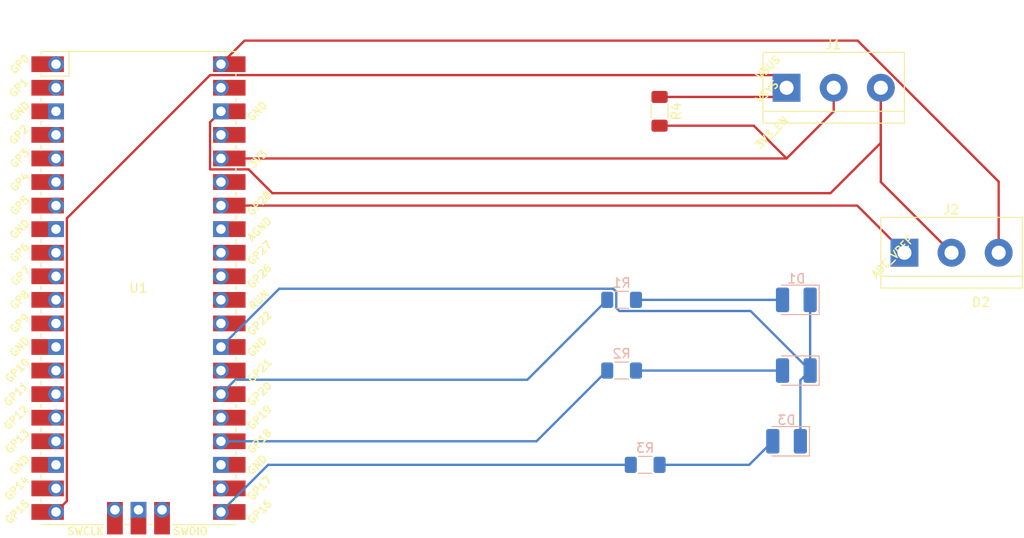
<source format=kicad_pcb>
(kicad_pcb (version 20221018) (generator pcbnew)
  (layers (0 "F.Cu" signal) (31 "B.Cu" signal) (34 "B.Paste" user) (35 "F.Paste" user) (36 "B.SilkS" user "B.Silkscreen") (37 "F.SilkS" user "F.Silkscreen") (38 "B.Mask" user) (39 "F.Mask" user) (44 "Edge.Cuts" user))
  (net 0 "")
  (net 1 "GND")
  (net 2 "Net-(D1-A)")
  (net 3 "Net-(D2-A)")
  (net 4 "Net-(D3-A)")
  (net 5 "Net-(J2-Pin_1)")
  (net 6 "Net-(J2-Pin_3)")
  (net 7 "Net-(J1-Pin_3)")
  (net 8 "Net-(U1-GPIO20)")
  (net 9 "Net-(U1-GPIO18)")
  (net 10 "Net-(U1-GPIO16)")
  (net 11 "Net-(J1-Pin_1)")
  (net 12 "Net-(J1-Pin_2)")
  (footprint "Librerias-RPI:RPi_Pico_SMD_TH" (layer "F.Cu") (at 87.63 92.71)
    (fp_text reference "U1" (at 0 0) (layer "F.SilkS"))
    (fp_text value "Pico")
    (fp_text user "GP28" (at 13.054 -9.144 45) (layer "F.SilkS") (effects (font (size 0.8 0.8))))
    (fp_text user "SWDIO" (at 5.6 26.2) (layer "F.SilkS") (effects (font (size 0.8 0.8))))
    (fp_text user "AGND" (at 13.054 -6.35 45) (layer "F.SilkS") (effects (font (size 0.8 0.8))))
    (fp_text user "ADC_VREF" (at 81.265 -3.325 45) (layer "F.SilkS") (effects (font (size 0.8 0.8))))
    (fp_text user "3V3" (at 12.9 -13.9 45) (layer "F.SilkS") (effects (font (size 0.8 0.8))))
    (fp_text user "GND" (at -12.8 6.35 45) (layer "F.SilkS") (effects (font (size 0.8 0.8))))
    (fp_text user "GP0" (at -12.8 -24.13 45) (layer "F.SilkS") (effects (font (size 0.8 0.8))))
    (fp_text user "GND" (at 12.8 6.35 45) (layer "F.SilkS") (effects (font (size 0.8 0.8))))
    (fp_text user "VSYS" (at 67.765 -21.145 45) (layer "F.SilkS") (effects (font (size 0.8 0.8))))
    (fp_text user "GP17" (at 13.054 21.59 45) (layer "F.SilkS") (effects (font (size 0.8 0.8))))
    (fp_text user "GP21" (at 13.054 8.9 45) (layer "F.SilkS") (effects (font (size 0.8 0.8))))
    (fp_text user "GP4" (at -12.8 -11.43 45) (layer "F.SilkS") (effects (font (size 0.8 0.8))))
    (fp_text user "GP8" (at -12.8 1.27 45) (layer "F.SilkS") (effects (font (size 0.8 0.8))))
    (fp_text user "GP6" (at -12.8 -3.81 45) (layer "F.SilkS") (effects (font (size 0.8 0.8))))
    (fp_text user "GP7" (at -12.7 -1.3 45) (layer "F.SilkS") (effects (font (size 0.8 0.8))))
    (fp_text user "GND" (at -12.8 19.05 45) (layer "F.SilkS") (effects (font (size 0.8 0.8))))
    (fp_text user "GND" (at 12.8 19.05 45) (layer "F.SilkS") (effects (font (size 0.8 0.8))))
    (fp_text user "GP10" (at -13.054 8.89 45) (layer "F.SilkS") (effects (font (size 0.8 0.8))))
    (fp_text user "GP5" (at -12.8 -8.89 45) (layer "F.SilkS") (effects (font (size 0.8 0.8))))
    (fp_text user "GP13" (at -13.054 16.51 45) (layer "F.SilkS") (effects (font (size 0.8 0.8))))
    (fp_text user "SWCLK" (at -5.7 26.2) (layer "F.SilkS") (effects (font (size 0.8 0.8))))
    (fp_text user "GP9" (at -12.8 3.81 45) (layer "F.SilkS") (effects (font (size 0.8 0.8))))
    (fp_text user "VBUS" (at 67.865 -23.755 45) (layer "F.SilkS") (effects (font (size 0.8 0.8))))
    (fp_text user "GP19" (at 13.054 13.97 45) (layer "F.SilkS") (effects (font (size 0.8 0.8))))
    (fp_text user "GP26" (at 13.054 -1.27 45) (layer "F.SilkS") (effects (font (size 0.8 0.8))))
    (fp_text user "RUN" (at 13 1.27 45) (layer "F.SilkS") (effects (font (size 0.8 0.8))))
    (fp_text user "GND" (at -12.8 -19.05 45) (layer "F.SilkS") (effects (font (size 0.8 0.8))))
    (fp_text user "GP15" (at -13.054 24.13 45) (layer "F.SilkS") (effects (font (size 0.8 0.8))))
    (fp_text user "GND" (at 12.8 -19.05 45) (layer "F.SilkS") (effects (font (size 0.8 0.8))))
    (fp_text user "GP18" (at 13.054 16.51 45) (layer "F.SilkS") (effects (font (size 0.8 0.8))))
    (fp_text user "GP22" (at 13.054 3.81 45) (layer "F.SilkS") (effects (font (size 0.8 0.8))))
    (fp_text user "GP2" (at -12.9 -16.51 45) (layer "F.SilkS") (effects (font (size 0.8 0.8))))
    (fp_text user "GP14" (at -13.1 21.59 45) (layer "F.SilkS") (effects (font (size 0.8 0.8))))
    (fp_text user "GP1" (at -12.9 -21.6 45) (layer "F.SilkS") (effects (font (size 0.8 0.8))))
    (fp_text user "GP16" (at 13.054 24.13 45) (layer "F.SilkS") (effects (font (size 0.8 0.8))))
    (fp_text user "GP27" (at 13.054 -3.8 45) (layer "F.SilkS") (effects (font (size 0.8 0.8))))
    (fp_text user "GND" (at -12.8 -6.35 45) (layer "F.SilkS") (effects (font (size 0.8 0.8))))
    (fp_text user "GP3" (at -12.8 -13.97 45) (layer "F.SilkS") (effects (font (size 0.8 0.8))))
    (fp_text user "GP11" (at -13.2 11.43 45) (layer "F.SilkS") (effects (font (size 0.8 0.8))))
    (fp_text user "GP12" (at -13.2 13.97 45) (layer "F.SilkS") (effects (font (size 0.8 0.8))))
    (fp_text user "3V3_EN" (at 68.265 -16.755 45) (layer "F.SilkS") (effects (font (size 0.8 0.8))))
    (fp_text user "GP20" (at 13.054 11.43 45) (layer "F.SilkS") (effects (font (size 0.8 0.8))))
    (fp_line (start -10.5 -25.5) (end -10.5 -25.2) (stroke (width 0.12)) (layer "F.SilkS"))
    (fp_line (start -10.5 -25.5) (end 10.5 -25.5) (stroke (width 0.12)) (layer "F.SilkS"))
    (fp_line (start -10.5 -23.1) (end -10.5 -22.7) (stroke (width 0.12)) (layer "F.SilkS"))
    (fp_line (start -10.5 -22.833) (end -7.493 -22.833) (stroke (width 0.12)) (layer "F.SilkS"))
    (fp_line (start -10.5 -20.5) (end -10.5 -20.1) (stroke (width 0.12)) (layer "F.SilkS"))
    (fp_line (start -10.5 -18) (end -10.5 -17.6) (stroke (width 0.12)) (layer "F.SilkS"))
    (fp_line (start -10.5 -15.4) (end -10.5 -15) (stroke (width 0.12)) (layer "F.SilkS"))
    (fp_line (start -10.5 -12.9) (end -10.5 -12.5) (stroke (width 0.12)) (layer "F.SilkS"))
    (fp_line (start -10.5 -10.4) (end -10.5 -10) (stroke (width 0.12)) (layer "F.SilkS"))
    (fp_line (start -10.5 -7.8) (end -10.5 -7.4) (stroke (width 0.12)) (layer "F.SilkS"))
    (fp_line (start -10.5 -5.3) (end -10.5 -4.9) (stroke (width 0.12)) (layer "F.SilkS"))
    (fp_line (start -10.5 -2.7) (end -10.5 -2.3) (stroke (width 0.12)) (layer "F.SilkS"))
    (fp_line (start -10.5 -0.2) (end -10.5 0.2) (stroke (width 0.12)) (layer "F.SilkS"))
    (fp_line (start -10.5 2.3) (end -10.5 2.7) (stroke (width 0.12)) (layer "F.SilkS"))
    (fp_line (start -10.5 4.9) (end -10.5 5.3) (stroke (width 0.12)) (layer "F.SilkS"))
    (fp_line (start -10.5 7.4) (end -10.5 7.8) (stroke (width 0.12)) (layer "F.SilkS"))
    (fp_line (start -10.5 10) (end -10.5 10.4) (stroke (width 0.12)) (layer "F.SilkS"))
    (fp_line (start -10.5 12.5) (end -10.5 12.9) (stroke (width 0.12)) (layer "F.SilkS"))
    (fp_line (start -10.5 15.1) (end -10.5 15.5) (stroke (width 0.12)) (layer "F.SilkS"))
    (fp_line (start -10.5 17.6) (end -10.5 18) (stroke (width 0.12)) (layer "F.SilkS"))
    (fp_line (start -10.5 20.1) (end -10.5 20.5) (stroke (width 0.12)) (layer "F.SilkS"))
    (fp_line (start -10.5 22.7) (end -10.5 23.1) (stroke (width 0.12)) (layer "F.SilkS"))
    (fp_line (start -7.493 -22.833) (end -7.493 -25.5) (stroke (width 0.12)) (layer "F.SilkS"))
    (fp_line (start -3.7 25.5) (end -10.5 25.5) (stroke (width 0.12)) (layer "F.SilkS"))
    (fp_line (start -1.5 25.5) (end -1.1 25.5) (stroke (width 0.12)) (layer "F.SilkS"))
    (fp_line (start 1.1 25.5) (end 1.5 25.5) (stroke (width 0.12)) (layer "F.SilkS"))
    (fp_line (start 10.5 -25.5) (end 10.5 -25.2) (stroke (width 0.12)) (layer "F.SilkS"))
    (fp_line (start 10.5 -23.1) (end 10.5 -22.7) (stroke (width 0.12)) (layer "F.SilkS"))
    (fp_line (start 10.5 -20.5) (end 10.5 -20.1) (stroke (width 0.12)) (layer "F.SilkS"))
    (fp_line (start 10.5 -18) (end 10.5 -17.6) (stroke (width 0.12)) (layer "F.SilkS"))
    (fp_line (start 10.5 -15.4) (end 10.5 -15) (stroke (width 0.12)) (layer "F.SilkS"))
    (fp_line (start 10.5 -12.9) (end 10.5 -12.5) (stroke (width 0.12)) (layer "F.SilkS"))
    (fp_line (start 10.5 -10.4) (end 10.5 -10) (stroke (width 0.12)) (layer "F.SilkS"))
    (fp_line (start 10.5 -7.8) (end 10.5 -7.4) (stroke (width 0.12)) (layer "F.SilkS"))
    (fp_line (start 10.5 -5.3) (end 10.5 -4.9) (stroke (width 0.12)) (layer "F.SilkS"))
    (fp_line (start 10.5 -2.7) (end 10.5 -2.3) (stroke (width 0.12)) (layer "F.SilkS"))
    (fp_line (start 10.5 -0.2) (end 10.5 0.2) (stroke (width 0.12)) (layer "F.SilkS"))
    (fp_line (start 10.5 2.3) (end 10.5 2.7) (stroke (width 0.12)) (layer "F.SilkS"))
    (fp_line (start 10.5 4.9) (end 10.5 5.3) (stroke (width 0.12)) (layer "F.SilkS"))
    (fp_line (start 10.5 7.4) (end 10.5 7.8) (stroke (width 0.12)) (layer "F.SilkS"))
    (fp_line (start 10.5 10) (end 10.5 10.4) (stroke (width 0.12)) (layer "F.SilkS"))
    (fp_line (start 10.5 12.5) (end 10.5 12.9) (stroke (width 0.12)) (layer "F.SilkS"))
    (fp_line (start 10.5 15.1) (end 10.5 15.5) (stroke (width 0.12)) (layer "F.SilkS"))
    (fp_line (start 10.5 17.6) (end 10.5 18) (stroke (width 0.12)) (layer "F.SilkS"))
    (fp_line (start 10.5 20.1) (end 10.5 20.5) (stroke (width 0.12)) (layer "F.SilkS"))
    (fp_line (start 10.5 22.7) (end 10.5 23.1) (stroke (width 0.12)) (layer "F.SilkS"))
    (fp_line (start 10.5 25.5) (end 3.7 25.5) (stroke (width 0.12)) (layer "F.SilkS"))
    (pad "" np_thru_hole oval (at -2.725 -24) (size 1.8 1.8) (drill 1.8) (layers "*.Cu" "*.Mask"))
    (pad "" np_thru_hole oval (at -2.425 -20.97) (size 1.5 1.5) (drill 1.5) (layers "*.Cu" "*.Mask"))
    (pad "" np_thru_hole oval (at 2.425 -20.97) (size 1.5 1.5) (drill 1.5) (layers "*.Cu" "*.Mask"))
    (pad "" np_thru_hole oval (at 2.725 -24) (size 1.8 1.8) (drill 1.8) (layers "*.Cu" "*.Mask"))
    (pad "1" thru_hole oval (at -8.89 -24.13) (size 1.7 1.7) (drill 1.02) (layers "*.Cu" "*.Mask"))
    (pad "1" smd rect (at -8.89 -24.13) (size 3.5 1.7) (drill (offset -0.9 0)) (layers "F.Cu" "F.Mask"))
    (pad "2" thru_hole oval (at -8.89 -21.59) (size 1.7 1.7) (drill 1.02) (layers "*.Cu" "*.Mask"))
    (pad "2" smd rect (at -8.89 -21.59) (size 3.5 1.7) (drill (offset -0.9 0)) (layers "F.Cu" "F.Mask"))
    (pad "3" thru_hole rect (at -8.89 -19.05) (size 1.7 1.7) (drill 1.02) (layers "*.Cu" "*.Mask"))
    (pad "3" smd rect (at -8.89 -19.05) (size 3.5 1.7) (drill (offset -0.9 0)) (layers "F.Cu" "F.Mask"))
    (pad "4" thru_hole oval (at -8.89 -16.51) (size 1.7 1.7) (drill 1.02) (layers "*.Cu" "*.Mask"))
    (pad "4" smd rect (at -8.89 -16.51) (size 3.5 1.7) (drill (offset -0.9 0)) (layers "F.Cu" "F.Mask"))
    (pad "5" thru_hole oval (at -8.89 -13.97) (size 1.7 1.7) (drill 1.02) (layers "*.Cu" "*.Mask"))
    (pad "5" smd rect (at -8.89 -13.97) (size 3.5 1.7) (drill (offset -0.9 0)) (layers "F.Cu" "F.Mask"))
    (pad "6" thru_hole oval (at -8.89 -11.43) (size 1.7 1.7) (drill 1.02) (layers "*.Cu" "*.Mask"))
    (pad "6" smd rect (at -8.89 -11.43) (size 3.5 1.7) (drill (offset -0.9 0)) (layers "F.Cu" "F.Mask"))
    (pad "7" thru_hole oval (at -8.89 -8.89) (size 1.7 1.7) (drill 1.02) (layers "*.Cu" "*.Mask"))
    (pad "7" smd rect (at -8.89 -8.89) (size 3.5 1.7) (drill (offset -0.9 0)) (layers "F.Cu" "F.Mask"))
    (pad "8" thru_hole rect (at -8.89 -6.35) (size 1.7 1.7) (drill 1.02) (layers "*.Cu" "*.Mask"))
    (pad "8" smd rect (at -8.89 -6.35) (size 3.5 1.7) (drill (offset -0.9 0)) (layers "F.Cu" "F.Mask"))
    (pad "9" thru_hole oval (at -8.89 -3.81) (size 1.7 1.7) (drill 1.02) (layers "*.Cu" "*.Mask"))
    (pad "9" smd rect (at -8.89 -3.81) (size 3.5 1.7) (drill (offset -0.9 0)) (layers "F.Cu" "F.Mask"))
    (pad "10" thru_hole oval (at -8.89 -1.27) (size 1.7 1.7) (drill 1.02) (layers "*.Cu" "*.Mask"))
    (pad "10" smd rect (at -8.89 -1.27) (size 3.5 1.7) (drill (offset -0.9 0)) (layers "F.Cu" "F.Mask"))
    (pad "11" thru_hole oval (at -8.89 1.27) (size 1.7 1.7) (drill 1.02) (layers "*.Cu" "*.Mask"))
    (pad "11" smd rect (at -8.89 1.27) (size 3.5 1.7) (drill (offset -0.9 0)) (layers "F.Cu" "F.Mask"))
    (pad "12" thru_hole oval (at -8.89 3.81) (size 1.7 1.7) (drill 1.02) (layers "*.Cu" "*.Mask"))
    (pad "12" smd rect (at -8.89 3.81) (size 3.5 1.7) (drill (offset -0.9 0)) (layers "F.Cu" "F.Mask"))
    (pad "13" thru_hole rect (at -8.89 6.35) (size 1.7 1.7) (drill 1.02) (layers "*.Cu" "*.Mask"))
    (pad "13" smd rect (at -8.89 6.35) (size 3.5 1.7) (drill (offset -0.9 0)) (layers "F.Cu" "F.Mask"))
    (pad "14" thru_hole oval (at -8.89 8.89) (size 1.7 1.7) (drill 1.02) (layers "*.Cu" "*.Mask"))
    (pad "14" smd rect (at -8.89 8.89) (size 3.5 1.7) (drill (offset -0.9 0)) (layers "F.Cu" "F.Mask"))
    (pad "15" thru_hole oval (at -8.89 11.43) (size 1.7 1.7) (drill 1.02) (layers "*.Cu" "*.Mask"))
    (pad "15" smd rect (at -8.89 11.43) (size 3.5 1.7) (drill (offset -0.9 0)) (layers "F.Cu" "F.Mask"))
    (pad "16" thru_hole oval (at -8.89 13.97) (size 1.7 1.7) (drill 1.02) (layers "*.Cu" "*.Mask"))
    (pad "16" smd rect (at -8.89 13.97) (size 3.5 1.7) (drill (offset -0.9 0)) (layers "F.Cu" "F.Mask"))
    (pad "17" thru_hole oval (at -8.89 16.51) (size 1.7 1.7) (drill 1.02) (layers "*.Cu" "*.Mask"))
    (pad "17" smd rect (at -8.89 16.51) (size 3.5 1.7) (drill (offset -0.9 0)) (layers "F.Cu" "F.Mask"))
    (pad "18" thru_hole rect (at -8.89 19.05) (size 1.7 1.7) (drill 1.02) (layers "*.Cu" "*.Mask"))
    (pad "18" smd rect (at -8.89 19.05) (size 3.5 1.7) (drill (offset -0.9 0)) (layers "F.Cu" "F.Mask"))
    (pad "19" thru_hole oval (at -8.89 21.59) (size 1.7 1.7) (drill 1.02) (layers "*.Cu" "*.Mask") (net 1 "GND"))
    (pad "19" smd rect (at -8.89 21.59) (size 3.5 1.7) (drill (offset -0.9 0)) (layers "F.Cu" "F.Mask") (net 1 "GND"))
    (pad "20" thru_hole oval (at -8.89 24.13) (size 1.7 1.7) (drill 1.02) (layers "*.Cu" "*.Mask") (net 11 "Net-(J1-Pin_1)"))
    (pad "20" smd rect (at -8.89 24.13) (size 3.5 1.7) (drill (offset -0.9 0)) (layers "F.Cu" "F.Mask") (net 11 "Net-(J1-Pin_1)"))
    (pad "21" thru_hole oval (at 8.89 24.13) (size 1.7 1.7) (drill 1.02) (layers "*.Cu" "*.Mask") (net 10 "Net-(U1-GPIO16)"))
    (pad "21" smd rect (at 8.89 24.13) (size 3.5 1.7) (drill (offset 0.9 0)) (layers "F.Cu" "F.Mask") (net 10 "Net-(U1-GPIO16)"))
    (pad "22" thru_hole oval (at 8.89 21.59) (size 1.7 1.7) (drill 1.02) (layers "*.Cu" "*.Mask") (net 1 "GND"))
    (pad "22" smd rect (at 8.89 21.59) (size 3.5 1.7) (drill (offset 0.9 0)) (layers "F.Cu" "F.Mask") (net 1 "GND"))
    (pad "23" thru_hole rect (at 8.89 19.05) (size 1.7 1.7) (drill 1.02) (layers "*.Cu" "*.Mask") (net 1 "GND"))
    (pad "23" smd rect (at 8.89 19.05) (size 3.5 1.7) (drill (offset 0.9 0)) (layers "F.Cu" "F.Mask") (net 1 "GND"))
    (pad "24" thru_hole oval (at 8.89 16.51) (size 1.7 1.7) (drill 1.02) (layers "*.Cu" "*.Mask") (net 9 "Net-(U1-GPIO18)"))
    (pad "24" smd rect (at 8.89 16.51) (size 3.5 1.7) (drill (offset 0.9 0)) (layers "F.Cu" "F.Mask") (net 9 "Net-(U1-GPIO18)"))
    (pad "25" thru_hole oval (at 8.89 13.97) (size 1.7 1.7) (drill 1.02) (layers "*.Cu" "*.Mask") (net 1 "GND"))
    (pad "25" smd rect (at 8.89 13.97) (size 3.5 1.7) (drill (offset 0.9 0)) (layers "F.Cu" "F.Mask") (net 1 "GND"))
    (pad "26" thru_hole oval (at 8.89 11.43) (size 1.7 1.7) (drill 1.02) (layers "*.Cu" "*.Mask") (net 8 "Net-(U1-GPIO20)"))
    (pad "26" smd rect (at 8.89 11.43) (size 3.5 1.7) (drill (offset 0.9 0)) (layers "F.Cu" "F.Mask") (net 8 "Net-(U1-GPIO20)"))
    (pad "27" thru_hole oval (at 8.89 8.89) (size 1.7 1.7) (drill 1.02) (layers "*.Cu" "*.Mask") (net 1 "GND"))
    (pad "27" smd rect (at 8.89 8.89) (size 3.5 1.7) (drill (offset 0.9 0)) (layers "F.Cu" "F.Mask") (net 1 "GND"))
    (pad "28" thru_hole rect (at 8.89 6.35) (size 1.7 1.7) (drill 1.02) (layers "*.Cu" "*.Mask") (net 1 "GND"))
    (pad "28" smd rect (at 8.89 6.35) (size 3.5 1.7) (drill (offset 0.9 0)) (layers "F.Cu" "F.Mask") (net 1 "GND"))
    (pad "29" thru_hole oval (at 8.89 3.81) (size 1.7 1.7) (drill 1.02) (layers "*.Cu" "*.Mask") (net 1 "GND"))
    (pad "29" smd rect (at 8.89 3.81) (size 3.5 1.7) (drill (offset 0.9 0)) (layers "F.Cu" "F.Mask") (net 1 "GND"))
    (pad "30" thru_hole oval (at 8.89 1.27) (size 1.7 1.7) (drill 1.02) (layers "*.Cu" "*.Mask") (net 1 "GND"))
    (pad "30" smd rect (at 8.89 1.27) (size 3.5 1.7) (drill (offset 0.9 0)) (layers "F.Cu" "F.Mask") (net 1 "GND"))
    (pad "31" thru_hole oval (at 8.89 -1.27) (size 1.7 1.7) (drill 1.02) (layers "*.Cu" "*.Mask") (net 1 "GND"))
    (pad "31" smd rect (at 8.89 -1.27) (size 3.5 1.7) (drill (offset 0.9 0)) (layers "F.Cu" "F.Mask") (net 1 "GND"))
    (pad "32" thru_hole oval (at 8.89 -3.81) (size 1.7 1.7) (drill 1.02) (layers "*.Cu" "*.Mask") (net 1 "GND"))
    (pad "32" smd rect (at 8.89 -3.81) (size 3.5 1.7) (drill (offset 0.9 0)) (layers "F.Cu" "F.Mask") (net 1 "GND"))
    (pad "33" thru_hole rect (at 8.89 -6.35) (size 1.7 1.7) (drill 1.02) (layers "*.Cu" "*.Mask") (net 1 "GND"))
    (pad "33" smd rect (at 8.89 -6.35) (size 3.5 1.7) (drill (offset 0.9 0)) (layers "F.Cu" "F.Mask") (net 1 "GND"))
    (pad "34" thru_hole oval (at 8.89 -8.89) (size 1.7 1.7) (drill 1.02) (layers "*.Cu" "*.Mask") (net 5 "Net-(J2-Pin_1)"))
    (pad "34" smd rect (at 8.89 -8.89) (size 3.5 1.7) (drill (offset 0.9 0)) (layers "F.Cu" "F.Mask") (net 5 "Net-(J2-Pin_1)"))
    (pad "35" thru_hole oval (at 8.89 -11.43) (size 1.7 1.7) (drill 1.02) (layers "*.Cu" "*.Mask") (net 1 "GND"))
    (pad "35" smd rect (at 8.89 -11.43) (size 3.5 1.7) (drill (offset 0.9 0)) (layers "F.Cu" "F.Mask") (net 1 "GND"))
    (pad "36" thru_hole oval (at 8.89 -13.97) (size 1.7 1.7) (drill 1.02) (layers "*.Cu" "*.Mask") (net 12 "Net-(J1-Pin_2)"))
    (pad "36" smd rect (at 8.89 -13.97) (size 3.5 1.7) (drill (offset 0.9 0)) (layers "F.Cu" "F.Mask") (net 12 "Net-(J1-Pin_2)"))
    (pad "37" thru_hole oval (at 8.89 -16.51) (size 1.7 1.7) (drill 1.02) (layers "*.Cu" "*.Mask") (net 1 "GND"))
    (pad "37" smd rect (at 8.89 -16.51) (size 3.5 1.7) (drill (offset 0.9 0)) (layers "F.Cu" "F.Mask") (net 1 "GND"))
    (pad "38" thru_hole rect (at 8.89 -19.05) (size 1.7 1.7) (drill 1.02) (layers "*.Cu" "*.Mask") (net 7 "Net-(J1-Pin_3)"))
    (pad "38" smd rect (at 8.89 -19.05) (size 3.5 1.7) (drill (offset 0.9 0)) (layers "F.Cu" "F.Mask") (net 7 "Net-(J1-Pin_3)"))
    (pad "39" thru_hole oval (at 8.89 -21.59) (size 1.7 1.7) (drill 1.02) (layers "*.Cu" "*.Mask") (net 1 "GND"))
    (pad "39" smd rect (at 8.89 -21.59) (size 3.5 1.7) (drill (offset 0.9 0)) (layers "F.Cu" "F.Mask") (net 1 "GND"))
    (pad "40" thru_hole oval (at 8.89 -24.13) (size 1.7 1.7) (drill 1.02) (layers "*.Cu" "*.Mask") (net 6 "Net-(J2-Pin_3)"))
    (pad "40" smd rect (at 8.89 -24.13) (size 3.5 1.7) (drill (offset 0.9 0)) (layers "F.Cu" "F.Mask") (net 6 "Net-(J2-Pin_3)"))
    (pad "41" thru_hole oval (at -2.54 23.9) (size 1.7 1.7) (drill 1.02) (layers "*.Cu" "*.Mask") (net 1 "GND"))
    (pad "41" smd rect (at -2.54 23.9 90) (size 3.5 1.7) (drill (offset -0.9 0)) (layers "F.Cu" "F.Mask") (net 1 "GND"))
    (pad "42" thru_hole rect (at 0 23.9) (size 1.7 1.7) (drill 1.02) (layers "*.Cu" "*.Mask") (net 1 "GND"))
    (pad "42" smd rect (at 0 23.9 90) (size 3.5 1.7) (drill (offset -0.9 0)) (layers "F.Cu" "F.Mask") (net 1 "GND"))
    (pad "43" thru_hole oval (at 2.54 23.9) (size 1.7 1.7) (drill 1.02) (layers "*.Cu" "*.Mask") (net 1 "GND"))
    (pad "43" smd rect (at 2.54 23.9 90) (size 3.5 1.7) (drill (offset -0.9 0)) (layers "F.Cu" "F.Mask") (net 1 "GND"))
  )
  (footprint "TerminalBlock:TerminalBlock_bornier-3_P5.08mm" (layer "F.Cu") (at 170.18 88.9)
    (fp_text reference "J2" (at 5.05 -4.65) (layer "F.SilkS"))
    (fp_text value "FC-28")
    (fp_line (start -2.54 -3.81) (end 12.7 -3.81) (stroke (width 0.12)) (layer "F.SilkS"))
    (fp_line (start -2.54 2.54) (end 12.7 2.54) (stroke (width 0.12)) (layer "F.SilkS"))
    (fp_line (start -2.54 3.81) (end -2.54 -3.81) (stroke (width 0.12)) (layer "F.SilkS"))
    (fp_line (start -2.54 3.81) (end 12.7 3.81) (stroke (width 0.12)) (layer "F.SilkS"))
    (fp_line (start 12.7 3.81) (end 12.7 -3.81) (stroke (width 0.12)) (layer "F.SilkS"))
    (pad "1" thru_hole rect (at 0 0) (size 3 3) (drill 1.52) (layers "*.Cu" "*.Mask") (net 5 "Net-(J2-Pin_1)"))
    (pad "2" thru_hole circle (at 5.08 0) (size 3 3) (drill 1.52) (layers "*.Cu" "*.Mask") (net 7 "Net-(J1-Pin_3)"))
    (pad "3" thru_hole circle (at 10.16 0) (size 3 3) (drill 1.52) (layers "*.Cu" "*.Mask") (net 6 "Net-(J2-Pin_3)"))
  )
  (footprint "Resistor_SMD:R_1206_3216Metric_Pad1.30x1.75mm_HandSolder" (layer "F.Cu") (at 143.79 73.66 -90)
    (fp_text reference "R4" (at 0 -1.82 90) (layer "F.SilkS"))
    (fp_text value "1K OHM")
    (fp_line (start -0.727064 -0.91) (end 0.727064 -0.91) (stroke (width 0.12)) (layer "F.SilkS"))
    (fp_line (start -0.727064 0.91) (end 0.727064 0.91) (stroke (width 0.12)) (layer "F.SilkS"))
    (pad "1" smd roundrect (at -1.55 0 270) (size 1.3 1.75) (layers "F.Cu" "F.Paste" "F.Mask") (roundrect_rratio 0.192308) (net 11 "Net-(J1-Pin_1)"))
    (pad "2" smd roundrect (at 1.55 0 270) (size 1.3 1.75) (layers "F.Cu" "F.Paste" "F.Mask") (roundrect_rratio 0.192308) (net 12 "Net-(J1-Pin_2)"))
  )
  (footprint "TerminalBlock:TerminalBlock_bornier-3_P5.08mm" (layer "F.Cu") (at 157.48 71.12)
    (fp_text reference "J1" (at 5.05 -4.65) (layer "F.SilkS"))
    (fp_text value "DHT11")
    (fp_line (start -2.54 -3.81) (end 12.7 -3.81) (stroke (width 0.12)) (layer "F.SilkS"))
    (fp_line (start -2.54 2.54) (end 12.7 2.54) (stroke (width 0.12)) (layer "F.SilkS"))
    (fp_line (start -2.54 3.81) (end -2.54 -3.81) (stroke (width 0.12)) (layer "F.SilkS"))
    (fp_line (start -2.54 3.81) (end 12.7 3.81) (stroke (width 0.12)) (layer "F.SilkS"))
    (fp_line (start 12.7 3.81) (end 12.7 -3.81) (stroke (width 0.12)) (layer "F.SilkS"))
    (pad "1" thru_hole rect (at 0 0) (size 3 3) (drill 1.52) (layers "*.Cu" "*.Mask") (net 11 "Net-(J1-Pin_1)"))
    (pad "2" thru_hole circle (at 5.08 0) (size 3 3) (drill 1.52) (layers "*.Cu" "*.Mask") (net 12 "Net-(J1-Pin_2)"))
    (pad "3" thru_hole circle (at 10.16 0) (size 3 3) (drill 1.52) (layers "*.Cu" "*.Mask") (net 7 "Net-(J1-Pin_3)"))
  )
  (footprint "Resistor_SMD:R_1206_3216Metric_Pad1.30x1.75mm_HandSolder" (layer "B.Cu") (at 139.7 101.6 180)
    (fp_text reference "R2" (at 0 1.82) (layer "B.SilkS") (effects (justify mirror)))
    (fp_text value "1K OHM")
    (fp_line (start -0.727064 -0.91) (end 0.727064 -0.91) (stroke (width 0.12)) (layer "B.SilkS"))
    (fp_line (start -0.727064 0.91) (end 0.727064 0.91) (stroke (width 0.12)) (layer "B.SilkS"))
    (pad "1" smd roundrect (at -1.55 0 180) (size 1.3 1.75) (layers "B.Cu" "B.Paste" "B.Mask") (roundrect_rratio 0.192308) (net 3 "Net-(D2-A)"))
    (pad "2" smd roundrect (at 1.55 0 180) (size 1.3 1.75) (layers "B.Cu" "B.Paste" "B.Mask") (roundrect_rratio 0.192308) (net 9 "Net-(U1-GPIO18)"))
  )
  (footprint "LED_SMD:LED_1210_3225Metric_Pad1.42x2.65mm_HandSolder" (layer "B.Cu") (at 158.5325 93.98 180)
    (fp_text reference "D1" (at 0 2.28) (layer "B.SilkS") (effects (justify mirror)))
    (fp_text value "LED")
    (fp_line (start -2.46 -1.585) (end 1.6 -1.585) (stroke (width 0.12)) (layer "B.SilkS"))
    (fp_line (start -2.46 1.585) (end -2.46 -1.585) (stroke (width 0.12)) (layer "B.SilkS"))
    (fp_line (start 1.6 1.585) (end -2.46 1.585) (stroke (width 0.12)) (layer "B.SilkS"))
    (pad "1" smd roundrect (at -1.4875 0 180) (size 1.425 2.65) (layers "B.Cu" "B.Paste" "B.Mask") (roundrect_rratio 0.175439) (net 1 "GND"))
    (pad "2" smd roundrect (at 1.4875 0 180) (size 1.425 2.65) (layers "B.Cu" "B.Paste" "B.Mask") (roundrect_rratio 0.175439) (net 2 "Net-(D1-A)"))
  )
  (footprint "LED_SMD:LED_1210_3225Metric_Pad1.42x2.65mm_HandSolder" (layer "B.Cu") (at 158.5325 101.6 180)
    (fp_text reference "D2" (at -19.885 7.36) (layer "F.SilkS"))
    (fp_text value "LED")
    (fp_line (start -2.46 -1.585) (end 1.6 -1.585) (stroke (width 0.12)) (layer "B.SilkS"))
    (fp_line (start -2.46 1.585) (end -2.46 -1.585) (stroke (width 0.12)) (layer "B.SilkS"))
    (fp_line (start 1.6 1.585) (end -2.46 1.585) (stroke (width 0.12)) (layer "B.SilkS"))
    (pad "1" smd roundrect (at -1.4875 0 180) (size 1.425 2.65) (layers "B.Cu" "B.Paste" "B.Mask") (roundrect_rratio 0.175439) (net 1 "GND"))
    (pad "2" smd roundrect (at 1.4875 0 180) (size 1.425 2.65) (layers "B.Cu" "B.Paste" "B.Mask") (roundrect_rratio 0.175439) (net 3 "Net-(D2-A)"))
  )
  (footprint "Resistor_SMD:R_1206_3216Metric_Pad1.30x1.75mm_HandSolder" (layer "B.Cu") (at 142.24 111.76 180)
    (fp_text reference "R3" (at 0 1.82) (layer "B.SilkS") (effects (justify mirror)))
    (fp_text value "1K OHM")
    (fp_line (start -0.727064 -0.91) (end 0.727064 -0.91) (stroke (width 0.12)) (layer "B.SilkS"))
    (fp_line (start -0.727064 0.91) (end 0.727064 0.91) (stroke (width 0.12)) (layer "B.SilkS"))
    (pad "1" smd roundrect (at -1.55 0 180) (size 1.3 1.75) (layers "B.Cu" "B.Paste" "B.Mask") (roundrect_rratio 0.192308) (net 4 "Net-(D3-A)"))
    (pad "2" smd roundrect (at 1.55 0 180) (size 1.3 1.75) (layers "B.Cu" "B.Paste" "B.Mask") (roundrect_rratio 0.192308) (net 10 "Net-(U1-GPIO16)"))
  )
  (footprint "LED_SMD:LED_1210_3225Metric_Pad1.42x2.65mm_HandSolder" (layer "B.Cu") (at 157.48 109.22 180)
    (fp_text reference "D3" (at 0 2.28) (layer "B.SilkS") (effects (justify mirror)))
    (fp_text value "LED")
    (fp_line (start -2.46 -1.585) (end 1.6 -1.585) (stroke (width 0.12)) (layer "B.SilkS"))
    (fp_line (start -2.46 1.585) (end -2.46 -1.585) (stroke (width 0.12)) (layer "B.SilkS"))
    (fp_line (start 1.6 1.585) (end -2.46 1.585) (stroke (width 0.12)) (layer "B.SilkS"))
    (pad "1" smd roundrect (at -1.4875 0 180) (size 1.425 2.65) (layers "B.Cu" "B.Paste" "B.Mask") (roundrect_rratio 0.175439) (net 1 "GND"))
    (pad "2" smd roundrect (at 1.4875 0 180) (size 1.425 2.65) (layers "B.Cu" "B.Paste" "B.Mask") (roundrect_rratio 0.175439) (net 4 "Net-(D3-A)"))
  )
  (footprint "Resistor_SMD:R_1206_3216Metric_Pad1.30x1.75mm_HandSolder" (layer "B.Cu") (at 139.7 93.98 180)
    (fp_text reference "R1" (at 0 1.82) (layer "B.SilkS") (effects (justify mirror)))
    (fp_text value "1K OHM")
    (fp_line (start -0.727064 -0.91) (end 0.727064 -0.91) (stroke (width 0.12)) (layer "B.SilkS"))
    (fp_line (start -0.727064 0.91) (end 0.727064 0.91) (stroke (width 0.12)) (layer "B.SilkS"))
    (pad "1" smd roundrect (at -1.55 0 180) (size 1.3 1.75) (layers "B.Cu" "B.Paste" "B.Mask") (roundrect_rratio 0.192308) (net 2 "Net-(D1-A)"))
    (pad "2" smd roundrect (at 1.55 0 180) (size 1.3 1.75) (layers "B.Cu" "B.Paste" "B.Mask") (roundrect_rratio 0.192308) (net 8 "Net-(U1-GPIO20)"))
  )
  (segment (start 139.4549 95.18) (end 139.125 94.8501) (width 0.25) (layer "B.Cu") (net 1))
  (segment (start 160.02 101.6) (end 153.6 95.18) (width 0.25) (layer "B.Cu") (net 1))
  (segment (start 158.9675 102.6525) (end 160.02 101.6) (width 0.25) (layer "B.Cu") (net 1))
  (segment (start 160.02 93.98) (end 160.02 101.6) (width 0.25) (layer "B.Cu") (net 1))
  (segment (start 139.125 94.8501) (end 139.125 93.1099) (width 0.25) (layer "B.Cu") (net 1))
  (segment (start 102.8 92.78) (end 96.52 99.06) (width 0.25) (layer "B.Cu") (net 1))
  (segment (start 153.6 95.18) (end 139.4549 95.18) (width 0.25) (layer "B.Cu") (net 1))
  (segment (start 139.125 93.1099) (end 138.7951 92.78) (width 0.25) (layer "B.Cu") (net 1))
  (segment (start 138.7951 92.78) (end 102.8 92.78) (width 0.25) (layer "B.Cu") (net 1))
  (segment (start 158.9675 109.22) (end 158.9675 102.6525) (width 0.25) (layer "B.Cu") (net 1))
  (segment (start 141.25 93.98) (end 157.045 93.98) (width 0.25) (layer "B.Cu") (net 2))
  (segment (start 141.25 101.6) (end 157.045 101.6) (width 0.25) (layer "B.Cu") (net 3))
  (segment (start 153.4525 111.76) (end 155.9925 109.22) (width 0.25) (layer "B.Cu") (net 4))
  (segment (start 143.79 111.76) (end 153.4525 111.76) (width 0.25) (layer "B.Cu") (net 4))
  (segment (start 165.1 83.82) (end 96.52 83.82) (width 0.25) (layer "F.Cu") (net 5))
  (segment (start 170.18 88.9) (end 165.1 83.82) (width 0.25) (layer "F.Cu") (net 5))
  (segment (start 99.06 66.04) (end 96.52 68.58) (width 0.25) (layer "F.Cu") (net 6))
  (segment (start 180.34 88.9) (end 180.34 81.23906) (width 0.25) (layer "F.Cu") (net 6))
  (segment (start 165.14094 66.04) (end 99.06 66.04) (width 0.25) (layer "F.Cu") (net 6))
  (segment (start 180.34 81.23906) (end 165.14094 66.04) (width 0.25) (layer "F.Cu") (net 6))
  (segment (start 167.64 81.28) (end 175.26 88.9) (width 0.25) (layer "F.Cu") (net 7))
  (segment (start 95.345 79.915) (end 95.345 74.835) (width 0.25) (layer "F.Cu") (net 7))
  (segment (start 95.345 74.835) (end 96.52 73.66) (width 0.25) (layer "F.Cu") (net 7))
  (segment (start 162.2151 82.48) (end 102.06 82.48) (width 0.25) (layer "F.Cu") (net 7))
  (segment (start 167.64 71.12) (end 167.64 77.0551) (width 0.25) (layer "F.Cu") (net 7))
  (segment (start 167.64 77.0551) (end 162.2151 82.48) (width 0.25) (layer "F.Cu") (net 7))
  (segment (start 99.495 79.915) (end 95.345 79.915) (width 0.25) (layer "F.Cu") (net 7))
  (segment (start 167.64 71.12) (end 167.64 81.28) (width 0.25) (layer "F.Cu") (net 7))
  (segment (start 102.06 82.48) (end 99.495 79.915) (width 0.25) (layer "F.Cu") (net 7))
  (segment (start 138.15 93.98) (end 129.54 102.59) (width 0.25) (layer "B.Cu") (net 8))
  (segment (start 98.07 102.59) (end 96.52 104.14) (width 0.25) (layer "B.Cu") (net 8))
  (segment (start 129.54 102.59) (end 98.07 102.59) (width 0.25) (layer "B.Cu") (net 8))
  (segment (start 138.15 101.6) (end 130.53 109.22) (width 0.25) (layer "B.Cu") (net 9))
  (segment (start 130.53 109.22) (end 96.52 109.22) (width 0.25) (layer "B.Cu") (net 9))
  (segment (start 101.6 111.76) (end 96.52 116.84) (width 0.25) (layer "B.Cu") (net 10))
  (segment (start 140.69 111.76) (end 101.6 111.76) (width 0.25) (layer "B.Cu") (net 10))
  (segment (start 95.345 69.755) (end 79.915 85.185) (width 0.25) (layer "F.Cu") (net 11))
  (segment (start 156.49 72.11) (end 157.48 71.12) (width 0.25) (layer "F.Cu") (net 11))
  (segment (start 143.79 72.11) (end 156.49 72.11) (width 0.25) (layer "F.Cu") (net 11))
  (segment (start 156.115 69.755) (end 95.345 69.755) (width 0.25) (layer "F.Cu") (net 11))
  (segment (start 157.48 71.12) (end 156.115 69.755) (width 0.25) (layer "F.Cu") (net 11))
  (segment (start 79.915 85.185) (end 79.915 115.665) (width 0.25) (layer "F.Cu") (net 11))
  (segment (start 79.915 115.665) (end 78.74 116.84) (width 0.25) (layer "F.Cu") (net 11))
  (segment (start 162.56 71.12) (end 162.56 73.66) (width 0.25) (layer "F.Cu") (net 12))
  (segment (start 143.79 75.21) (end 153.95 75.21) (width 0.25) (layer "F.Cu") (net 12))
  (segment (start 153.95 75.21) (end 157.48 78.74) (width 0.25) (layer "F.Cu") (net 12))
  (segment (start 157.48 78.74) (end 96.52 78.74) (width 0.25) (layer "F.Cu") (net 12))
  (segment (start 162.56 73.66) (end 157.48 78.74) (width 0.25) (layer "F.Cu") (net 12))
)
</source>
